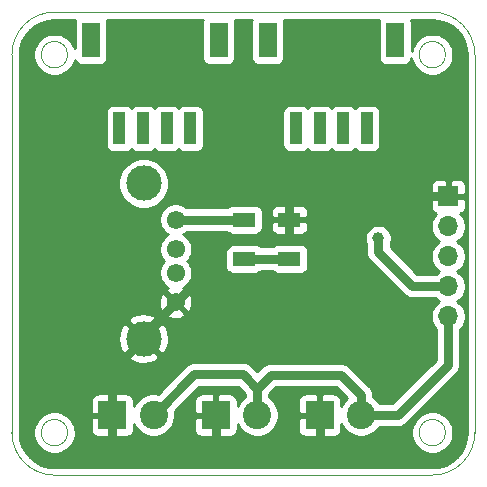
<source format=gbr>
%TF.GenerationSoftware,KiCad,Pcbnew,(5.1.5-0-10_14)*%
%TF.CreationDate,2020-09-17T17:23:34+02:00*%
%TF.ProjectId,power-routing,706f7765-722d-4726-9f75-74696e672e6b,rev?*%
%TF.SameCoordinates,Original*%
%TF.FileFunction,Copper,L1,Top*%
%TF.FilePolarity,Positive*%
%FSLAX46Y46*%
G04 Gerber Fmt 4.6, Leading zero omitted, Abs format (unit mm)*
G04 Created by KiCad (PCBNEW (5.1.5-0-10_14)) date 2020-09-17 17:23:34*
%MOMM*%
%LPD*%
G04 APERTURE LIST*
%ADD10C,0.050000*%
%ADD11R,1.905000X1.270000*%
%ADD12R,1.008380X2.738120*%
%ADD13R,1.500000X2.999740*%
%ADD14C,3.000000*%
%ADD15C,1.550000*%
%ADD16C,2.400000*%
%ADD17R,2.400000X2.400000*%
%ADD18O,1.700000X1.700000*%
%ADD19R,1.700000X1.700000*%
%ADD20C,1.000000*%
%ADD21C,0.800000*%
%ADD22C,0.254000*%
G04 APERTURE END LIST*
D10*
X189100000Y-109850000D02*
X189100000Y-77850000D01*
X224700000Y-113450000D02*
X192700000Y-113450000D01*
X228300000Y-77850000D02*
X228300000Y-109850000D01*
X192700000Y-74250000D02*
X224700000Y-74250000D01*
X189100000Y-77850000D02*
G75*
G02X192700000Y-74250000I3600000J0D01*
G01*
X192700000Y-113450000D02*
G75*
G02X189100000Y-109850000I0J3600000D01*
G01*
X228300000Y-109850000D02*
G75*
G02X224700000Y-113450000I-3600000J0D01*
G01*
X224700000Y-74250000D02*
G75*
G02X228300000Y-77850000I0J-3600000D01*
G01*
X225818034Y-109850000D02*
G75*
G03X225818034Y-109850000I-1118034J0D01*
G01*
X193818034Y-109850000D02*
G75*
G03X193818034Y-109850000I-1118034J0D01*
G01*
X225818034Y-77850000D02*
G75*
G03X225818034Y-77850000I-1118034J0D01*
G01*
X193818034Y-77850000D02*
G75*
G03X193818034Y-77850000I-1118034J0D01*
G01*
D11*
X212600000Y-91824000D03*
X212600000Y-95126000D03*
X208750000Y-95126000D03*
X208750000Y-91824000D03*
D12*
X213150260Y-84099700D03*
X215151780Y-84099700D03*
X217148220Y-84099700D03*
X219149740Y-84099700D03*
D13*
X210752500Y-76601620D03*
X221547500Y-76601620D03*
D12*
X198200260Y-84099700D03*
X200201780Y-84099700D03*
X202198220Y-84099700D03*
X204199740Y-84099700D03*
D13*
X195802500Y-76601620D03*
X206597500Y-76601620D03*
D14*
X200250000Y-88755000D03*
X200250000Y-101895000D03*
D15*
X202960000Y-98825000D03*
X202960000Y-96325000D03*
X202960000Y-94325000D03*
X202960000Y-91825000D03*
D16*
X218650000Y-108375000D03*
D17*
X215150000Y-108375000D03*
D16*
X209875000Y-108375000D03*
D17*
X206375000Y-108375000D03*
D16*
X201100000Y-108375000D03*
D17*
X197600000Y-108375000D03*
D18*
X226050000Y-100010000D03*
X226050000Y-97470000D03*
X226050000Y-94930000D03*
X226050000Y-92390000D03*
D19*
X226050000Y-89850000D03*
D20*
X220125000Y-93400000D03*
D21*
X202960000Y-98825000D02*
X206525000Y-95260000D01*
X206525000Y-94683498D02*
X207708498Y-93500000D01*
X206525000Y-95260000D02*
X206525000Y-94683498D01*
X212600000Y-93259000D02*
X212600000Y-91824000D01*
X212359000Y-93500000D02*
X212600000Y-93259000D01*
X207708498Y-93500000D02*
X212359000Y-93500000D01*
X200250000Y-101535000D02*
X202960000Y-98825000D01*
X200250000Y-101895000D02*
X200250000Y-101535000D01*
X212600000Y-90389000D02*
X212600000Y-91824000D01*
X213149000Y-89840000D02*
X212600000Y-90389000D01*
X226025000Y-89840000D02*
X213149000Y-89840000D01*
X197600000Y-104545000D02*
X200250000Y-101895000D01*
X197600000Y-108375000D02*
X197600000Y-104545000D01*
X197600000Y-110375000D02*
X198775000Y-111550000D01*
X197600000Y-108375000D02*
X197600000Y-110375000D01*
X206375000Y-110375000D02*
X206375000Y-108375000D01*
X205200000Y-111550000D02*
X206375000Y-110375000D01*
X198775000Y-111550000D02*
X205200000Y-111550000D01*
X206375000Y-110375000D02*
X207425000Y-111425000D01*
X215150000Y-110375000D02*
X215150000Y-108375000D01*
X214100000Y-111425000D02*
X215150000Y-110375000D01*
X207425000Y-111425000D02*
X214100000Y-111425000D01*
X220125000Y-93400000D02*
X220125000Y-94575000D01*
X223010000Y-97460000D02*
X226025000Y-97460000D01*
X220125000Y-94575000D02*
X223010000Y-97460000D01*
X208749000Y-91825000D02*
X208750000Y-91824000D01*
X202960000Y-91825000D02*
X208749000Y-91825000D01*
X218650000Y-108375000D02*
X221750000Y-108375000D01*
X226025000Y-104100000D02*
X226025000Y-100000000D01*
X221750000Y-108375000D02*
X226025000Y-104100000D01*
X209875000Y-106125000D02*
X209875000Y-108375000D01*
X208675000Y-104925000D02*
X209875000Y-106125000D01*
X204550000Y-104925000D02*
X208675000Y-104925000D01*
X201100000Y-108375000D02*
X204550000Y-104925000D01*
X218650000Y-106677944D02*
X216947056Y-104975000D01*
X218650000Y-108375000D02*
X218650000Y-106677944D01*
X211025000Y-104975000D02*
X209875000Y-106125000D01*
X216947056Y-104975000D02*
X211025000Y-104975000D01*
X208750000Y-95126000D02*
X212600000Y-95126000D01*
D22*
G36*
X194426688Y-74977268D02*
G01*
X194414428Y-75101750D01*
X194414428Y-77313131D01*
X194285724Y-77002413D01*
X194089899Y-76709339D01*
X193840661Y-76460101D01*
X193547587Y-76264276D01*
X193221942Y-76129389D01*
X192876238Y-76060624D01*
X192523762Y-76060624D01*
X192178058Y-76129389D01*
X191852413Y-76264276D01*
X191559339Y-76460101D01*
X191310101Y-76709339D01*
X191114276Y-77002413D01*
X190979389Y-77328058D01*
X190910624Y-77673762D01*
X190910624Y-78026238D01*
X190979389Y-78371942D01*
X191114276Y-78697587D01*
X191310101Y-78990661D01*
X191559339Y-79239899D01*
X191852413Y-79435724D01*
X192178058Y-79570611D01*
X192523762Y-79639376D01*
X192876238Y-79639376D01*
X193221942Y-79570611D01*
X193547587Y-79435724D01*
X193840661Y-79239899D01*
X194089899Y-78990661D01*
X194285724Y-78697587D01*
X194420611Y-78371942D01*
X194440554Y-78271682D01*
X194462998Y-78345670D01*
X194521963Y-78455984D01*
X194601315Y-78552675D01*
X194698006Y-78632027D01*
X194808320Y-78690992D01*
X194928018Y-78727302D01*
X195052500Y-78739562D01*
X196552500Y-78739562D01*
X196676982Y-78727302D01*
X196796680Y-78690992D01*
X196906994Y-78632027D01*
X197003685Y-78552675D01*
X197083037Y-78455984D01*
X197142002Y-78345670D01*
X197178312Y-78225972D01*
X197190572Y-78101490D01*
X197190572Y-75101750D01*
X197178312Y-74977268D01*
X197157906Y-74910000D01*
X205242094Y-74910000D01*
X205221688Y-74977268D01*
X205209428Y-75101750D01*
X205209428Y-78101490D01*
X205221688Y-78225972D01*
X205257998Y-78345670D01*
X205316963Y-78455984D01*
X205396315Y-78552675D01*
X205493006Y-78632027D01*
X205603320Y-78690992D01*
X205723018Y-78727302D01*
X205847500Y-78739562D01*
X207347500Y-78739562D01*
X207471982Y-78727302D01*
X207591680Y-78690992D01*
X207701994Y-78632027D01*
X207798685Y-78552675D01*
X207878037Y-78455984D01*
X207937002Y-78345670D01*
X207973312Y-78225972D01*
X207985572Y-78101490D01*
X207985572Y-75101750D01*
X207973312Y-74977268D01*
X207952906Y-74910000D01*
X209397094Y-74910000D01*
X209376688Y-74977268D01*
X209364428Y-75101750D01*
X209364428Y-78101490D01*
X209376688Y-78225972D01*
X209412998Y-78345670D01*
X209471963Y-78455984D01*
X209551315Y-78552675D01*
X209648006Y-78632027D01*
X209758320Y-78690992D01*
X209878018Y-78727302D01*
X210002500Y-78739562D01*
X211502500Y-78739562D01*
X211626982Y-78727302D01*
X211746680Y-78690992D01*
X211856994Y-78632027D01*
X211953685Y-78552675D01*
X212033037Y-78455984D01*
X212092002Y-78345670D01*
X212128312Y-78225972D01*
X212140572Y-78101490D01*
X212140572Y-75101750D01*
X212128312Y-74977268D01*
X212107906Y-74910000D01*
X220192094Y-74910000D01*
X220171688Y-74977268D01*
X220159428Y-75101750D01*
X220159428Y-78101490D01*
X220171688Y-78225972D01*
X220207998Y-78345670D01*
X220266963Y-78455984D01*
X220346315Y-78552675D01*
X220443006Y-78632027D01*
X220553320Y-78690992D01*
X220673018Y-78727302D01*
X220797500Y-78739562D01*
X222297500Y-78739562D01*
X222421982Y-78727302D01*
X222541680Y-78690992D01*
X222651994Y-78632027D01*
X222748685Y-78552675D01*
X222828037Y-78455984D01*
X222887002Y-78345670D01*
X222923312Y-78225972D01*
X222932267Y-78135045D01*
X222979389Y-78371942D01*
X223114276Y-78697587D01*
X223310101Y-78990661D01*
X223559339Y-79239899D01*
X223852413Y-79435724D01*
X224178058Y-79570611D01*
X224523762Y-79639376D01*
X224876238Y-79639376D01*
X225221942Y-79570611D01*
X225547587Y-79435724D01*
X225840661Y-79239899D01*
X226089899Y-78990661D01*
X226285724Y-78697587D01*
X226420611Y-78371942D01*
X226489376Y-78026238D01*
X226489376Y-77673762D01*
X226420611Y-77328058D01*
X226285724Y-77002413D01*
X226089899Y-76709339D01*
X225840661Y-76460101D01*
X225547587Y-76264276D01*
X225221942Y-76129389D01*
X224876238Y-76060624D01*
X224523762Y-76060624D01*
X224178058Y-76129389D01*
X223852413Y-76264276D01*
X223559339Y-76460101D01*
X223310101Y-76709339D01*
X223114276Y-77002413D01*
X222979389Y-77328058D01*
X222935572Y-77548340D01*
X222935572Y-75101750D01*
X222923312Y-74977268D01*
X222902906Y-74910000D01*
X224667722Y-74910000D01*
X225270433Y-74969096D01*
X225819144Y-75134762D01*
X226325217Y-75403846D01*
X226769396Y-75766110D01*
X227134745Y-76207742D01*
X227407359Y-76711929D01*
X227576852Y-77259471D01*
X227640000Y-77860289D01*
X227640001Y-109817712D01*
X227580904Y-110420433D01*
X227415239Y-110969141D01*
X227146152Y-111475220D01*
X226783893Y-111919394D01*
X226342258Y-112284746D01*
X225838067Y-112557361D01*
X225290533Y-112726851D01*
X224689711Y-112790000D01*
X192732278Y-112790000D01*
X192129567Y-112730904D01*
X191580859Y-112565239D01*
X191074780Y-112296152D01*
X190630606Y-111933893D01*
X190265254Y-111492258D01*
X189992639Y-110988067D01*
X189823149Y-110440533D01*
X189760000Y-109839711D01*
X189760000Y-109673762D01*
X190910624Y-109673762D01*
X190910624Y-110026238D01*
X190979389Y-110371942D01*
X191114276Y-110697587D01*
X191310101Y-110990661D01*
X191559339Y-111239899D01*
X191852413Y-111435724D01*
X192178058Y-111570611D01*
X192523762Y-111639376D01*
X192876238Y-111639376D01*
X193221942Y-111570611D01*
X193547587Y-111435724D01*
X193840661Y-111239899D01*
X194089899Y-110990661D01*
X194285724Y-110697587D01*
X194420611Y-110371942D01*
X194489376Y-110026238D01*
X194489376Y-109673762D01*
X194469731Y-109575000D01*
X195761928Y-109575000D01*
X195774188Y-109699482D01*
X195810498Y-109819180D01*
X195869463Y-109929494D01*
X195948815Y-110026185D01*
X196045506Y-110105537D01*
X196155820Y-110164502D01*
X196275518Y-110200812D01*
X196400000Y-110213072D01*
X197314250Y-110210000D01*
X197473000Y-110051250D01*
X197473000Y-108502000D01*
X195923750Y-108502000D01*
X195765000Y-108660750D01*
X195761928Y-109575000D01*
X194469731Y-109575000D01*
X194420611Y-109328058D01*
X194285724Y-109002413D01*
X194089899Y-108709339D01*
X193840661Y-108460101D01*
X193547587Y-108264276D01*
X193221942Y-108129389D01*
X192876238Y-108060624D01*
X192523762Y-108060624D01*
X192178058Y-108129389D01*
X191852413Y-108264276D01*
X191559339Y-108460101D01*
X191310101Y-108709339D01*
X191114276Y-109002413D01*
X190979389Y-109328058D01*
X190910624Y-109673762D01*
X189760000Y-109673762D01*
X189760000Y-107175000D01*
X195761928Y-107175000D01*
X195765000Y-108089250D01*
X195923750Y-108248000D01*
X197473000Y-108248000D01*
X197473000Y-106698750D01*
X197727000Y-106698750D01*
X197727000Y-108248000D01*
X197747000Y-108248000D01*
X197747000Y-108502000D01*
X197727000Y-108502000D01*
X197727000Y-110051250D01*
X197885750Y-110210000D01*
X198800000Y-110213072D01*
X198924482Y-110200812D01*
X199044180Y-110164502D01*
X199154494Y-110105537D01*
X199251185Y-110026185D01*
X199330537Y-109929494D01*
X199389502Y-109819180D01*
X199425812Y-109699482D01*
X199438072Y-109575000D01*
X199436659Y-109154426D01*
X199473844Y-109244199D01*
X199674662Y-109544744D01*
X199930256Y-109800338D01*
X200230801Y-110001156D01*
X200564750Y-110139482D01*
X200919268Y-110210000D01*
X201280732Y-110210000D01*
X201635250Y-110139482D01*
X201969199Y-110001156D01*
X202269744Y-109800338D01*
X202495082Y-109575000D01*
X204536928Y-109575000D01*
X204549188Y-109699482D01*
X204585498Y-109819180D01*
X204644463Y-109929494D01*
X204723815Y-110026185D01*
X204820506Y-110105537D01*
X204930820Y-110164502D01*
X205050518Y-110200812D01*
X205175000Y-110213072D01*
X206089250Y-110210000D01*
X206248000Y-110051250D01*
X206248000Y-108502000D01*
X204698750Y-108502000D01*
X204540000Y-108660750D01*
X204536928Y-109575000D01*
X202495082Y-109575000D01*
X202525338Y-109544744D01*
X202726156Y-109244199D01*
X202864482Y-108910250D01*
X202935000Y-108555732D01*
X202935000Y-108194268D01*
X202903384Y-108035326D01*
X203763710Y-107175000D01*
X204536928Y-107175000D01*
X204540000Y-108089250D01*
X204698750Y-108248000D01*
X206248000Y-108248000D01*
X206248000Y-106698750D01*
X206089250Y-106540000D01*
X205175000Y-106536928D01*
X205050518Y-106549188D01*
X204930820Y-106585498D01*
X204820506Y-106644463D01*
X204723815Y-106723815D01*
X204644463Y-106820506D01*
X204585498Y-106930820D01*
X204549188Y-107050518D01*
X204536928Y-107175000D01*
X203763710Y-107175000D01*
X204978711Y-105960000D01*
X208246290Y-105960000D01*
X208840000Y-106553711D01*
X208840000Y-106859629D01*
X208705256Y-106949662D01*
X208449662Y-107205256D01*
X208248844Y-107505801D01*
X208211659Y-107595574D01*
X208213072Y-107175000D01*
X208200812Y-107050518D01*
X208164502Y-106930820D01*
X208105537Y-106820506D01*
X208026185Y-106723815D01*
X207929494Y-106644463D01*
X207819180Y-106585498D01*
X207699482Y-106549188D01*
X207575000Y-106536928D01*
X206660750Y-106540000D01*
X206502000Y-106698750D01*
X206502000Y-108248000D01*
X206522000Y-108248000D01*
X206522000Y-108502000D01*
X206502000Y-108502000D01*
X206502000Y-110051250D01*
X206660750Y-110210000D01*
X207575000Y-110213072D01*
X207699482Y-110200812D01*
X207819180Y-110164502D01*
X207929494Y-110105537D01*
X208026185Y-110026185D01*
X208105537Y-109929494D01*
X208164502Y-109819180D01*
X208200812Y-109699482D01*
X208213072Y-109575000D01*
X208211659Y-109154426D01*
X208248844Y-109244199D01*
X208449662Y-109544744D01*
X208705256Y-109800338D01*
X209005801Y-110001156D01*
X209339750Y-110139482D01*
X209694268Y-110210000D01*
X210055732Y-110210000D01*
X210410250Y-110139482D01*
X210744199Y-110001156D01*
X211044744Y-109800338D01*
X211270082Y-109575000D01*
X213311928Y-109575000D01*
X213324188Y-109699482D01*
X213360498Y-109819180D01*
X213419463Y-109929494D01*
X213498815Y-110026185D01*
X213595506Y-110105537D01*
X213705820Y-110164502D01*
X213825518Y-110200812D01*
X213950000Y-110213072D01*
X214864250Y-110210000D01*
X215023000Y-110051250D01*
X215023000Y-108502000D01*
X213473750Y-108502000D01*
X213315000Y-108660750D01*
X213311928Y-109575000D01*
X211270082Y-109575000D01*
X211300338Y-109544744D01*
X211501156Y-109244199D01*
X211639482Y-108910250D01*
X211710000Y-108555732D01*
X211710000Y-108194268D01*
X211639482Y-107839750D01*
X211501156Y-107505801D01*
X211300338Y-107205256D01*
X211270082Y-107175000D01*
X213311928Y-107175000D01*
X213315000Y-108089250D01*
X213473750Y-108248000D01*
X215023000Y-108248000D01*
X215023000Y-106698750D01*
X214864250Y-106540000D01*
X213950000Y-106536928D01*
X213825518Y-106549188D01*
X213705820Y-106585498D01*
X213595506Y-106644463D01*
X213498815Y-106723815D01*
X213419463Y-106820506D01*
X213360498Y-106930820D01*
X213324188Y-107050518D01*
X213311928Y-107175000D01*
X211270082Y-107175000D01*
X211044744Y-106949662D01*
X210910000Y-106859629D01*
X210910000Y-106553710D01*
X211453711Y-106010000D01*
X216518346Y-106010000D01*
X217469132Y-106960786D01*
X217224662Y-107205256D01*
X217023844Y-107505801D01*
X216986659Y-107595574D01*
X216988072Y-107175000D01*
X216975812Y-107050518D01*
X216939502Y-106930820D01*
X216880537Y-106820506D01*
X216801185Y-106723815D01*
X216704494Y-106644463D01*
X216594180Y-106585498D01*
X216474482Y-106549188D01*
X216350000Y-106536928D01*
X215435750Y-106540000D01*
X215277000Y-106698750D01*
X215277000Y-108248000D01*
X215297000Y-108248000D01*
X215297000Y-108502000D01*
X215277000Y-108502000D01*
X215277000Y-110051250D01*
X215435750Y-110210000D01*
X216350000Y-110213072D01*
X216474482Y-110200812D01*
X216594180Y-110164502D01*
X216704494Y-110105537D01*
X216801185Y-110026185D01*
X216880537Y-109929494D01*
X216939502Y-109819180D01*
X216975812Y-109699482D01*
X216988072Y-109575000D01*
X216986659Y-109154426D01*
X217023844Y-109244199D01*
X217224662Y-109544744D01*
X217480256Y-109800338D01*
X217780801Y-110001156D01*
X218114750Y-110139482D01*
X218469268Y-110210000D01*
X218830732Y-110210000D01*
X219185250Y-110139482D01*
X219519199Y-110001156D01*
X219819744Y-109800338D01*
X219946320Y-109673762D01*
X222910624Y-109673762D01*
X222910624Y-110026238D01*
X222979389Y-110371942D01*
X223114276Y-110697587D01*
X223310101Y-110990661D01*
X223559339Y-111239899D01*
X223852413Y-111435724D01*
X224178058Y-111570611D01*
X224523762Y-111639376D01*
X224876238Y-111639376D01*
X225221942Y-111570611D01*
X225547587Y-111435724D01*
X225840661Y-111239899D01*
X226089899Y-110990661D01*
X226285724Y-110697587D01*
X226420611Y-110371942D01*
X226489376Y-110026238D01*
X226489376Y-109673762D01*
X226420611Y-109328058D01*
X226285724Y-109002413D01*
X226089899Y-108709339D01*
X225840661Y-108460101D01*
X225547587Y-108264276D01*
X225221942Y-108129389D01*
X224876238Y-108060624D01*
X224523762Y-108060624D01*
X224178058Y-108129389D01*
X223852413Y-108264276D01*
X223559339Y-108460101D01*
X223310101Y-108709339D01*
X223114276Y-109002413D01*
X222979389Y-109328058D01*
X222910624Y-109673762D01*
X219946320Y-109673762D01*
X220075338Y-109544744D01*
X220165371Y-109410000D01*
X221699172Y-109410000D01*
X221750000Y-109415006D01*
X221800828Y-109410000D01*
X221800838Y-109410000D01*
X221952895Y-109395024D01*
X222147993Y-109335841D01*
X222327797Y-109239734D01*
X222485396Y-109110396D01*
X222517807Y-109070903D01*
X226720908Y-104867803D01*
X226760396Y-104835396D01*
X226812338Y-104772105D01*
X226889734Y-104677798D01*
X226943607Y-104577007D01*
X226985841Y-104497993D01*
X227045024Y-104302895D01*
X227060000Y-104150838D01*
X227060000Y-104150836D01*
X227065007Y-104100000D01*
X227060000Y-104049165D01*
X227060000Y-101100107D01*
X227203475Y-100956632D01*
X227365990Y-100713411D01*
X227477932Y-100443158D01*
X227535000Y-100156260D01*
X227535000Y-99863740D01*
X227477932Y-99576842D01*
X227365990Y-99306589D01*
X227203475Y-99063368D01*
X226996632Y-98856525D01*
X226822240Y-98740000D01*
X226996632Y-98623475D01*
X227203475Y-98416632D01*
X227365990Y-98173411D01*
X227477932Y-97903158D01*
X227535000Y-97616260D01*
X227535000Y-97323740D01*
X227477932Y-97036842D01*
X227365990Y-96766589D01*
X227203475Y-96523368D01*
X226996632Y-96316525D01*
X226822240Y-96200000D01*
X226996632Y-96083475D01*
X227203475Y-95876632D01*
X227365990Y-95633411D01*
X227477932Y-95363158D01*
X227535000Y-95076260D01*
X227535000Y-94783740D01*
X227477932Y-94496842D01*
X227365990Y-94226589D01*
X227203475Y-93983368D01*
X226996632Y-93776525D01*
X226822240Y-93660000D01*
X226996632Y-93543475D01*
X227203475Y-93336632D01*
X227365990Y-93093411D01*
X227477932Y-92823158D01*
X227535000Y-92536260D01*
X227535000Y-92243740D01*
X227477932Y-91956842D01*
X227365990Y-91686589D01*
X227203475Y-91443368D01*
X227071620Y-91311513D01*
X227144180Y-91289502D01*
X227254494Y-91230537D01*
X227351185Y-91151185D01*
X227430537Y-91054494D01*
X227489502Y-90944180D01*
X227525812Y-90824482D01*
X227538072Y-90700000D01*
X227535000Y-90135750D01*
X227376250Y-89977000D01*
X226177000Y-89977000D01*
X226177000Y-89997000D01*
X225923000Y-89997000D01*
X225923000Y-89977000D01*
X224723750Y-89977000D01*
X224565000Y-90135750D01*
X224561928Y-90700000D01*
X224574188Y-90824482D01*
X224610498Y-90944180D01*
X224669463Y-91054494D01*
X224748815Y-91151185D01*
X224845506Y-91230537D01*
X224955820Y-91289502D01*
X225028380Y-91311513D01*
X224896525Y-91443368D01*
X224734010Y-91686589D01*
X224622068Y-91956842D01*
X224565000Y-92243740D01*
X224565000Y-92536260D01*
X224622068Y-92823158D01*
X224734010Y-93093411D01*
X224896525Y-93336632D01*
X225103368Y-93543475D01*
X225277760Y-93660000D01*
X225103368Y-93776525D01*
X224896525Y-93983368D01*
X224734010Y-94226589D01*
X224622068Y-94496842D01*
X224565000Y-94783740D01*
X224565000Y-95076260D01*
X224622068Y-95363158D01*
X224734010Y-95633411D01*
X224896525Y-95876632D01*
X225103368Y-96083475D01*
X225277760Y-96200000D01*
X225103368Y-96316525D01*
X224994893Y-96425000D01*
X223438711Y-96425000D01*
X221160000Y-94146290D01*
X221160000Y-93867187D01*
X221216383Y-93731067D01*
X221260000Y-93511788D01*
X221260000Y-93288212D01*
X221216383Y-93068933D01*
X221130824Y-92862376D01*
X221006612Y-92676480D01*
X220848520Y-92518388D01*
X220662624Y-92394176D01*
X220456067Y-92308617D01*
X220236788Y-92265000D01*
X220013212Y-92265000D01*
X219793933Y-92308617D01*
X219587376Y-92394176D01*
X219401480Y-92518388D01*
X219243388Y-92676480D01*
X219119176Y-92862376D01*
X219033617Y-93068933D01*
X218990000Y-93288212D01*
X218990000Y-93511788D01*
X219033617Y-93731067D01*
X219090000Y-93867188D01*
X219090001Y-94524163D01*
X219084994Y-94575000D01*
X219104977Y-94777895D01*
X219164160Y-94972993D01*
X219260266Y-95152797D01*
X219357197Y-95270907D01*
X219389605Y-95310396D01*
X219429092Y-95342802D01*
X222242197Y-98155908D01*
X222274604Y-98195396D01*
X222314092Y-98227803D01*
X222432202Y-98324734D01*
X222528309Y-98376104D01*
X222612007Y-98420841D01*
X222807105Y-98480024D01*
X222959162Y-98495000D01*
X222959171Y-98495000D01*
X223009999Y-98500006D01*
X223060827Y-98495000D01*
X224974893Y-98495000D01*
X225103368Y-98623475D01*
X225277760Y-98740000D01*
X225103368Y-98856525D01*
X224896525Y-99063368D01*
X224734010Y-99306589D01*
X224622068Y-99576842D01*
X224565000Y-99863740D01*
X224565000Y-100156260D01*
X224622068Y-100443158D01*
X224734010Y-100713411D01*
X224896525Y-100956632D01*
X224990001Y-101050108D01*
X224990000Y-103671289D01*
X221321290Y-107340000D01*
X220165371Y-107340000D01*
X220075338Y-107205256D01*
X219819744Y-106949662D01*
X219685000Y-106859629D01*
X219685000Y-106728779D01*
X219690007Y-106677944D01*
X219680902Y-106585498D01*
X219670024Y-106475049D01*
X219610841Y-106279951D01*
X219610841Y-106279950D01*
X219514734Y-106100146D01*
X219417803Y-105982036D01*
X219385396Y-105942548D01*
X219345908Y-105910141D01*
X217714863Y-104279097D01*
X217682452Y-104239604D01*
X217524853Y-104110266D01*
X217345049Y-104014159D01*
X217149951Y-103954976D01*
X216997894Y-103940000D01*
X216997884Y-103940000D01*
X216947056Y-103934994D01*
X216896228Y-103940000D01*
X211075835Y-103940000D01*
X211025000Y-103934993D01*
X210974165Y-103940000D01*
X210974162Y-103940000D01*
X210822105Y-103954976D01*
X210705547Y-103990334D01*
X210627006Y-104014159D01*
X210447202Y-104110266D01*
X210390017Y-104157197D01*
X210289604Y-104239604D01*
X210257197Y-104279092D01*
X209875000Y-104661289D01*
X209442807Y-104229097D01*
X209410396Y-104189604D01*
X209252797Y-104060266D01*
X209072993Y-103964159D01*
X208877895Y-103904976D01*
X208725838Y-103890000D01*
X208725828Y-103890000D01*
X208675000Y-103884994D01*
X208624172Y-103890000D01*
X204600835Y-103890000D01*
X204550000Y-103884993D01*
X204499165Y-103890000D01*
X204499162Y-103890000D01*
X204347105Y-103904976D01*
X204152007Y-103964159D01*
X204103037Y-103990334D01*
X203972202Y-104060266D01*
X203854092Y-104157197D01*
X203814604Y-104189604D01*
X203782197Y-104229092D01*
X201439674Y-106571616D01*
X201280732Y-106540000D01*
X200919268Y-106540000D01*
X200564750Y-106610518D01*
X200230801Y-106748844D01*
X199930256Y-106949662D01*
X199674662Y-107205256D01*
X199473844Y-107505801D01*
X199436659Y-107595574D01*
X199438072Y-107175000D01*
X199425812Y-107050518D01*
X199389502Y-106930820D01*
X199330537Y-106820506D01*
X199251185Y-106723815D01*
X199154494Y-106644463D01*
X199044180Y-106585498D01*
X198924482Y-106549188D01*
X198800000Y-106536928D01*
X197885750Y-106540000D01*
X197727000Y-106698750D01*
X197473000Y-106698750D01*
X197314250Y-106540000D01*
X196400000Y-106536928D01*
X196275518Y-106549188D01*
X196155820Y-106585498D01*
X196045506Y-106644463D01*
X195948815Y-106723815D01*
X195869463Y-106820506D01*
X195810498Y-106930820D01*
X195774188Y-107050518D01*
X195761928Y-107175000D01*
X189760000Y-107175000D01*
X189760000Y-103386653D01*
X198937952Y-103386653D01*
X199093962Y-103702214D01*
X199468745Y-103893020D01*
X199873551Y-104007044D01*
X200292824Y-104039902D01*
X200710451Y-103990334D01*
X201110383Y-103860243D01*
X201406038Y-103702214D01*
X201562048Y-103386653D01*
X200250000Y-102074605D01*
X198937952Y-103386653D01*
X189760000Y-103386653D01*
X189760000Y-101937824D01*
X198105098Y-101937824D01*
X198154666Y-102355451D01*
X198284757Y-102755383D01*
X198442786Y-103051038D01*
X198758347Y-103207048D01*
X200070395Y-101895000D01*
X200429605Y-101895000D01*
X201741653Y-103207048D01*
X202057214Y-103051038D01*
X202248020Y-102676255D01*
X202362044Y-102271449D01*
X202394902Y-101852176D01*
X202345334Y-101434549D01*
X202215243Y-101034617D01*
X202057214Y-100738962D01*
X201741653Y-100582952D01*
X200429605Y-101895000D01*
X200070395Y-101895000D01*
X198758347Y-100582952D01*
X198442786Y-100738962D01*
X198251980Y-101113745D01*
X198137956Y-101518551D01*
X198105098Y-101937824D01*
X189760000Y-101937824D01*
X189760000Y-100403347D01*
X198937952Y-100403347D01*
X200250000Y-101715395D01*
X201562048Y-100403347D01*
X201406038Y-100087786D01*
X201031255Y-99896980D01*
X200686423Y-99799849D01*
X202164756Y-99799849D01*
X202233310Y-100041268D01*
X202484556Y-100159668D01*
X202754071Y-100226778D01*
X203031502Y-100240018D01*
X203306184Y-100198879D01*
X203567562Y-100104943D01*
X203686690Y-100041268D01*
X203755244Y-99799849D01*
X202960000Y-99004605D01*
X202164756Y-99799849D01*
X200686423Y-99799849D01*
X200626449Y-99782956D01*
X200207176Y-99750098D01*
X199789549Y-99799666D01*
X199389617Y-99929757D01*
X199093962Y-100087786D01*
X198937952Y-100403347D01*
X189760000Y-100403347D01*
X189760000Y-98896502D01*
X201544982Y-98896502D01*
X201586121Y-99171184D01*
X201680057Y-99432562D01*
X201743732Y-99551690D01*
X201985151Y-99620244D01*
X202780395Y-98825000D01*
X203139605Y-98825000D01*
X203934849Y-99620244D01*
X204176268Y-99551690D01*
X204294668Y-99300444D01*
X204361778Y-99030929D01*
X204375018Y-98753498D01*
X204333879Y-98478816D01*
X204239943Y-98217438D01*
X204176268Y-98098310D01*
X203934849Y-98029756D01*
X203139605Y-98825000D01*
X202780395Y-98825000D01*
X201985151Y-98029756D01*
X201743732Y-98098310D01*
X201625332Y-98349556D01*
X201558222Y-98619071D01*
X201544982Y-98896502D01*
X189760000Y-98896502D01*
X189760000Y-91686127D01*
X201550000Y-91686127D01*
X201550000Y-91963873D01*
X201604186Y-92236282D01*
X201710475Y-92492885D01*
X201864782Y-92723822D01*
X202061178Y-92920218D01*
X202292115Y-93074525D01*
X202293262Y-93075000D01*
X202292115Y-93075475D01*
X202061178Y-93229782D01*
X201864782Y-93426178D01*
X201710475Y-93657115D01*
X201604186Y-93913718D01*
X201550000Y-94186127D01*
X201550000Y-94463873D01*
X201604186Y-94736282D01*
X201710475Y-94992885D01*
X201864782Y-95223822D01*
X201965960Y-95325000D01*
X201864782Y-95426178D01*
X201710475Y-95657115D01*
X201604186Y-95913718D01*
X201550000Y-96186127D01*
X201550000Y-96463873D01*
X201604186Y-96736282D01*
X201710475Y-96992885D01*
X201864782Y-97223822D01*
X202061178Y-97420218D01*
X202292115Y-97574525D01*
X202295040Y-97575737D01*
X202233310Y-97608732D01*
X202164756Y-97850151D01*
X202960000Y-98645395D01*
X203755244Y-97850151D01*
X203686690Y-97608732D01*
X203620550Y-97577563D01*
X203627885Y-97574525D01*
X203858822Y-97420218D01*
X204055218Y-97223822D01*
X204209525Y-96992885D01*
X204315814Y-96736282D01*
X204370000Y-96463873D01*
X204370000Y-96186127D01*
X204315814Y-95913718D01*
X204209525Y-95657115D01*
X204055218Y-95426178D01*
X203954040Y-95325000D01*
X204055218Y-95223822D01*
X204209525Y-94992885D01*
X204315814Y-94736282D01*
X204364604Y-94491000D01*
X207159428Y-94491000D01*
X207159428Y-95761000D01*
X207171688Y-95885482D01*
X207207998Y-96005180D01*
X207266963Y-96115494D01*
X207346315Y-96212185D01*
X207443006Y-96291537D01*
X207553320Y-96350502D01*
X207673018Y-96386812D01*
X207797500Y-96399072D01*
X209702500Y-96399072D01*
X209826982Y-96386812D01*
X209946680Y-96350502D01*
X210056994Y-96291537D01*
X210153685Y-96212185D01*
X210195691Y-96161000D01*
X211154309Y-96161000D01*
X211196315Y-96212185D01*
X211293006Y-96291537D01*
X211403320Y-96350502D01*
X211523018Y-96386812D01*
X211647500Y-96399072D01*
X213552500Y-96399072D01*
X213676982Y-96386812D01*
X213796680Y-96350502D01*
X213906994Y-96291537D01*
X214003685Y-96212185D01*
X214083037Y-96115494D01*
X214142002Y-96005180D01*
X214178312Y-95885482D01*
X214190572Y-95761000D01*
X214190572Y-94491000D01*
X214178312Y-94366518D01*
X214142002Y-94246820D01*
X214083037Y-94136506D01*
X214003685Y-94039815D01*
X213906994Y-93960463D01*
X213796680Y-93901498D01*
X213676982Y-93865188D01*
X213552500Y-93852928D01*
X211647500Y-93852928D01*
X211523018Y-93865188D01*
X211403320Y-93901498D01*
X211293006Y-93960463D01*
X211196315Y-94039815D01*
X211154309Y-94091000D01*
X210195691Y-94091000D01*
X210153685Y-94039815D01*
X210056994Y-93960463D01*
X209946680Y-93901498D01*
X209826982Y-93865188D01*
X209702500Y-93852928D01*
X207797500Y-93852928D01*
X207673018Y-93865188D01*
X207553320Y-93901498D01*
X207443006Y-93960463D01*
X207346315Y-94039815D01*
X207266963Y-94136506D01*
X207207998Y-94246820D01*
X207171688Y-94366518D01*
X207159428Y-94491000D01*
X204364604Y-94491000D01*
X204370000Y-94463873D01*
X204370000Y-94186127D01*
X204315814Y-93913718D01*
X204209525Y-93657115D01*
X204055218Y-93426178D01*
X203858822Y-93229782D01*
X203627885Y-93075475D01*
X203626738Y-93075000D01*
X203627885Y-93074525D01*
X203858822Y-92920218D01*
X203919040Y-92860000D01*
X207305129Y-92860000D01*
X207346315Y-92910185D01*
X207443006Y-92989537D01*
X207553320Y-93048502D01*
X207673018Y-93084812D01*
X207797500Y-93097072D01*
X209702500Y-93097072D01*
X209826982Y-93084812D01*
X209946680Y-93048502D01*
X210056994Y-92989537D01*
X210153685Y-92910185D01*
X210233037Y-92813494D01*
X210292002Y-92703180D01*
X210328312Y-92583482D01*
X210340572Y-92459000D01*
X211009428Y-92459000D01*
X211021688Y-92583482D01*
X211057998Y-92703180D01*
X211116963Y-92813494D01*
X211196315Y-92910185D01*
X211293006Y-92989537D01*
X211403320Y-93048502D01*
X211523018Y-93084812D01*
X211647500Y-93097072D01*
X212314250Y-93094000D01*
X212473000Y-92935250D01*
X212473000Y-91951000D01*
X212727000Y-91951000D01*
X212727000Y-92935250D01*
X212885750Y-93094000D01*
X213552500Y-93097072D01*
X213676982Y-93084812D01*
X213796680Y-93048502D01*
X213906994Y-92989537D01*
X214003685Y-92910185D01*
X214083037Y-92813494D01*
X214142002Y-92703180D01*
X214178312Y-92583482D01*
X214190572Y-92459000D01*
X214187500Y-92109750D01*
X214028750Y-91951000D01*
X212727000Y-91951000D01*
X212473000Y-91951000D01*
X211171250Y-91951000D01*
X211012500Y-92109750D01*
X211009428Y-92459000D01*
X210340572Y-92459000D01*
X210340572Y-91189000D01*
X211009428Y-91189000D01*
X211012500Y-91538250D01*
X211171250Y-91697000D01*
X212473000Y-91697000D01*
X212473000Y-90712750D01*
X212727000Y-90712750D01*
X212727000Y-91697000D01*
X214028750Y-91697000D01*
X214187500Y-91538250D01*
X214190572Y-91189000D01*
X214178312Y-91064518D01*
X214142002Y-90944820D01*
X214083037Y-90834506D01*
X214003685Y-90737815D01*
X213906994Y-90658463D01*
X213796680Y-90599498D01*
X213676982Y-90563188D01*
X213552500Y-90550928D01*
X212885750Y-90554000D01*
X212727000Y-90712750D01*
X212473000Y-90712750D01*
X212314250Y-90554000D01*
X211647500Y-90550928D01*
X211523018Y-90563188D01*
X211403320Y-90599498D01*
X211293006Y-90658463D01*
X211196315Y-90737815D01*
X211116963Y-90834506D01*
X211057998Y-90944820D01*
X211021688Y-91064518D01*
X211009428Y-91189000D01*
X210340572Y-91189000D01*
X210328312Y-91064518D01*
X210292002Y-90944820D01*
X210233037Y-90834506D01*
X210153685Y-90737815D01*
X210056994Y-90658463D01*
X209946680Y-90599498D01*
X209826982Y-90563188D01*
X209702500Y-90550928D01*
X207797500Y-90550928D01*
X207673018Y-90563188D01*
X207553320Y-90599498D01*
X207443006Y-90658463D01*
X207346315Y-90737815D01*
X207303488Y-90790000D01*
X203919040Y-90790000D01*
X203858822Y-90729782D01*
X203627885Y-90575475D01*
X203371282Y-90469186D01*
X203098873Y-90415000D01*
X202821127Y-90415000D01*
X202548718Y-90469186D01*
X202292115Y-90575475D01*
X202061178Y-90729782D01*
X201864782Y-90926178D01*
X201710475Y-91157115D01*
X201604186Y-91413718D01*
X201550000Y-91686127D01*
X189760000Y-91686127D01*
X189760000Y-88544721D01*
X198115000Y-88544721D01*
X198115000Y-88965279D01*
X198197047Y-89377756D01*
X198357988Y-89766302D01*
X198591637Y-90115983D01*
X198889017Y-90413363D01*
X199238698Y-90647012D01*
X199627244Y-90807953D01*
X200039721Y-90890000D01*
X200460279Y-90890000D01*
X200872756Y-90807953D01*
X201261302Y-90647012D01*
X201610983Y-90413363D01*
X201908363Y-90115983D01*
X202142012Y-89766302D01*
X202302953Y-89377756D01*
X202378093Y-89000000D01*
X224561928Y-89000000D01*
X224565000Y-89564250D01*
X224723750Y-89723000D01*
X225923000Y-89723000D01*
X225923000Y-88523750D01*
X226177000Y-88523750D01*
X226177000Y-89723000D01*
X227376250Y-89723000D01*
X227535000Y-89564250D01*
X227538072Y-89000000D01*
X227525812Y-88875518D01*
X227489502Y-88755820D01*
X227430537Y-88645506D01*
X227351185Y-88548815D01*
X227254494Y-88469463D01*
X227144180Y-88410498D01*
X227024482Y-88374188D01*
X226900000Y-88361928D01*
X226335750Y-88365000D01*
X226177000Y-88523750D01*
X225923000Y-88523750D01*
X225764250Y-88365000D01*
X225200000Y-88361928D01*
X225075518Y-88374188D01*
X224955820Y-88410498D01*
X224845506Y-88469463D01*
X224748815Y-88548815D01*
X224669463Y-88645506D01*
X224610498Y-88755820D01*
X224574188Y-88875518D01*
X224561928Y-89000000D01*
X202378093Y-89000000D01*
X202385000Y-88965279D01*
X202385000Y-88544721D01*
X202302953Y-88132244D01*
X202142012Y-87743698D01*
X201908363Y-87394017D01*
X201610983Y-87096637D01*
X201261302Y-86862988D01*
X200872756Y-86702047D01*
X200460279Y-86620000D01*
X200039721Y-86620000D01*
X199627244Y-86702047D01*
X199238698Y-86862988D01*
X198889017Y-87096637D01*
X198591637Y-87394017D01*
X198357988Y-87743698D01*
X198197047Y-88132244D01*
X198115000Y-88544721D01*
X189760000Y-88544721D01*
X189760000Y-82730640D01*
X197057998Y-82730640D01*
X197057998Y-85468760D01*
X197070258Y-85593242D01*
X197106568Y-85712940D01*
X197165533Y-85823254D01*
X197244885Y-85919945D01*
X197341576Y-85999297D01*
X197451890Y-86058262D01*
X197571588Y-86094572D01*
X197696070Y-86106832D01*
X198704450Y-86106832D01*
X198828932Y-86094572D01*
X198948630Y-86058262D01*
X199058944Y-85999297D01*
X199155635Y-85919945D01*
X199201020Y-85864643D01*
X199246405Y-85919945D01*
X199343096Y-85999297D01*
X199453410Y-86058262D01*
X199573108Y-86094572D01*
X199697590Y-86106832D01*
X200705970Y-86106832D01*
X200830452Y-86094572D01*
X200950150Y-86058262D01*
X201060464Y-85999297D01*
X201157155Y-85919945D01*
X201200000Y-85867738D01*
X201242845Y-85919945D01*
X201339536Y-85999297D01*
X201449850Y-86058262D01*
X201569548Y-86094572D01*
X201694030Y-86106832D01*
X202702410Y-86106832D01*
X202826892Y-86094572D01*
X202946590Y-86058262D01*
X203056904Y-85999297D01*
X203153595Y-85919945D01*
X203198980Y-85864643D01*
X203244365Y-85919945D01*
X203341056Y-85999297D01*
X203451370Y-86058262D01*
X203571068Y-86094572D01*
X203695550Y-86106832D01*
X204703930Y-86106832D01*
X204828412Y-86094572D01*
X204948110Y-86058262D01*
X205058424Y-85999297D01*
X205155115Y-85919945D01*
X205234467Y-85823254D01*
X205293432Y-85712940D01*
X205329742Y-85593242D01*
X205342002Y-85468760D01*
X205342002Y-82730640D01*
X212007998Y-82730640D01*
X212007998Y-85468760D01*
X212020258Y-85593242D01*
X212056568Y-85712940D01*
X212115533Y-85823254D01*
X212194885Y-85919945D01*
X212291576Y-85999297D01*
X212401890Y-86058262D01*
X212521588Y-86094572D01*
X212646070Y-86106832D01*
X213654450Y-86106832D01*
X213778932Y-86094572D01*
X213898630Y-86058262D01*
X214008944Y-85999297D01*
X214105635Y-85919945D01*
X214151020Y-85864643D01*
X214196405Y-85919945D01*
X214293096Y-85999297D01*
X214403410Y-86058262D01*
X214523108Y-86094572D01*
X214647590Y-86106832D01*
X215655970Y-86106832D01*
X215780452Y-86094572D01*
X215900150Y-86058262D01*
X216010464Y-85999297D01*
X216107155Y-85919945D01*
X216150000Y-85867738D01*
X216192845Y-85919945D01*
X216289536Y-85999297D01*
X216399850Y-86058262D01*
X216519548Y-86094572D01*
X216644030Y-86106832D01*
X217652410Y-86106832D01*
X217776892Y-86094572D01*
X217896590Y-86058262D01*
X218006904Y-85999297D01*
X218103595Y-85919945D01*
X218148980Y-85864643D01*
X218194365Y-85919945D01*
X218291056Y-85999297D01*
X218401370Y-86058262D01*
X218521068Y-86094572D01*
X218645550Y-86106832D01*
X219653930Y-86106832D01*
X219778412Y-86094572D01*
X219898110Y-86058262D01*
X220008424Y-85999297D01*
X220105115Y-85919945D01*
X220184467Y-85823254D01*
X220243432Y-85712940D01*
X220279742Y-85593242D01*
X220292002Y-85468760D01*
X220292002Y-82730640D01*
X220279742Y-82606158D01*
X220243432Y-82486460D01*
X220184467Y-82376146D01*
X220105115Y-82279455D01*
X220008424Y-82200103D01*
X219898110Y-82141138D01*
X219778412Y-82104828D01*
X219653930Y-82092568D01*
X218645550Y-82092568D01*
X218521068Y-82104828D01*
X218401370Y-82141138D01*
X218291056Y-82200103D01*
X218194365Y-82279455D01*
X218148980Y-82334757D01*
X218103595Y-82279455D01*
X218006904Y-82200103D01*
X217896590Y-82141138D01*
X217776892Y-82104828D01*
X217652410Y-82092568D01*
X216644030Y-82092568D01*
X216519548Y-82104828D01*
X216399850Y-82141138D01*
X216289536Y-82200103D01*
X216192845Y-82279455D01*
X216150000Y-82331662D01*
X216107155Y-82279455D01*
X216010464Y-82200103D01*
X215900150Y-82141138D01*
X215780452Y-82104828D01*
X215655970Y-82092568D01*
X214647590Y-82092568D01*
X214523108Y-82104828D01*
X214403410Y-82141138D01*
X214293096Y-82200103D01*
X214196405Y-82279455D01*
X214151020Y-82334757D01*
X214105635Y-82279455D01*
X214008944Y-82200103D01*
X213898630Y-82141138D01*
X213778932Y-82104828D01*
X213654450Y-82092568D01*
X212646070Y-82092568D01*
X212521588Y-82104828D01*
X212401890Y-82141138D01*
X212291576Y-82200103D01*
X212194885Y-82279455D01*
X212115533Y-82376146D01*
X212056568Y-82486460D01*
X212020258Y-82606158D01*
X212007998Y-82730640D01*
X205342002Y-82730640D01*
X205329742Y-82606158D01*
X205293432Y-82486460D01*
X205234467Y-82376146D01*
X205155115Y-82279455D01*
X205058424Y-82200103D01*
X204948110Y-82141138D01*
X204828412Y-82104828D01*
X204703930Y-82092568D01*
X203695550Y-82092568D01*
X203571068Y-82104828D01*
X203451370Y-82141138D01*
X203341056Y-82200103D01*
X203244365Y-82279455D01*
X203198980Y-82334757D01*
X203153595Y-82279455D01*
X203056904Y-82200103D01*
X202946590Y-82141138D01*
X202826892Y-82104828D01*
X202702410Y-82092568D01*
X201694030Y-82092568D01*
X201569548Y-82104828D01*
X201449850Y-82141138D01*
X201339536Y-82200103D01*
X201242845Y-82279455D01*
X201200000Y-82331662D01*
X201157155Y-82279455D01*
X201060464Y-82200103D01*
X200950150Y-82141138D01*
X200830452Y-82104828D01*
X200705970Y-82092568D01*
X199697590Y-82092568D01*
X199573108Y-82104828D01*
X199453410Y-82141138D01*
X199343096Y-82200103D01*
X199246405Y-82279455D01*
X199201020Y-82334757D01*
X199155635Y-82279455D01*
X199058944Y-82200103D01*
X198948630Y-82141138D01*
X198828932Y-82104828D01*
X198704450Y-82092568D01*
X197696070Y-82092568D01*
X197571588Y-82104828D01*
X197451890Y-82141138D01*
X197341576Y-82200103D01*
X197244885Y-82279455D01*
X197165533Y-82376146D01*
X197106568Y-82486460D01*
X197070258Y-82606158D01*
X197057998Y-82730640D01*
X189760000Y-82730640D01*
X189760000Y-77882278D01*
X189819096Y-77279567D01*
X189984762Y-76730856D01*
X190253846Y-76224783D01*
X190616110Y-75780604D01*
X191057742Y-75415255D01*
X191561929Y-75142641D01*
X192109471Y-74973148D01*
X192710289Y-74910000D01*
X194447094Y-74910000D01*
X194426688Y-74977268D01*
G37*
X194426688Y-74977268D02*
X194414428Y-75101750D01*
X194414428Y-77313131D01*
X194285724Y-77002413D01*
X194089899Y-76709339D01*
X193840661Y-76460101D01*
X193547587Y-76264276D01*
X193221942Y-76129389D01*
X192876238Y-76060624D01*
X192523762Y-76060624D01*
X192178058Y-76129389D01*
X191852413Y-76264276D01*
X191559339Y-76460101D01*
X191310101Y-76709339D01*
X191114276Y-77002413D01*
X190979389Y-77328058D01*
X190910624Y-77673762D01*
X190910624Y-78026238D01*
X190979389Y-78371942D01*
X191114276Y-78697587D01*
X191310101Y-78990661D01*
X191559339Y-79239899D01*
X191852413Y-79435724D01*
X192178058Y-79570611D01*
X192523762Y-79639376D01*
X192876238Y-79639376D01*
X193221942Y-79570611D01*
X193547587Y-79435724D01*
X193840661Y-79239899D01*
X194089899Y-78990661D01*
X194285724Y-78697587D01*
X194420611Y-78371942D01*
X194440554Y-78271682D01*
X194462998Y-78345670D01*
X194521963Y-78455984D01*
X194601315Y-78552675D01*
X194698006Y-78632027D01*
X194808320Y-78690992D01*
X194928018Y-78727302D01*
X195052500Y-78739562D01*
X196552500Y-78739562D01*
X196676982Y-78727302D01*
X196796680Y-78690992D01*
X196906994Y-78632027D01*
X197003685Y-78552675D01*
X197083037Y-78455984D01*
X197142002Y-78345670D01*
X197178312Y-78225972D01*
X197190572Y-78101490D01*
X197190572Y-75101750D01*
X197178312Y-74977268D01*
X197157906Y-74910000D01*
X205242094Y-74910000D01*
X205221688Y-74977268D01*
X205209428Y-75101750D01*
X205209428Y-78101490D01*
X205221688Y-78225972D01*
X205257998Y-78345670D01*
X205316963Y-78455984D01*
X205396315Y-78552675D01*
X205493006Y-78632027D01*
X205603320Y-78690992D01*
X205723018Y-78727302D01*
X205847500Y-78739562D01*
X207347500Y-78739562D01*
X207471982Y-78727302D01*
X207591680Y-78690992D01*
X207701994Y-78632027D01*
X207798685Y-78552675D01*
X207878037Y-78455984D01*
X207937002Y-78345670D01*
X207973312Y-78225972D01*
X207985572Y-78101490D01*
X207985572Y-75101750D01*
X207973312Y-74977268D01*
X207952906Y-74910000D01*
X209397094Y-74910000D01*
X209376688Y-74977268D01*
X209364428Y-75101750D01*
X209364428Y-78101490D01*
X209376688Y-78225972D01*
X209412998Y-78345670D01*
X209471963Y-78455984D01*
X209551315Y-78552675D01*
X209648006Y-78632027D01*
X209758320Y-78690992D01*
X209878018Y-78727302D01*
X210002500Y-78739562D01*
X211502500Y-78739562D01*
X211626982Y-78727302D01*
X211746680Y-78690992D01*
X211856994Y-78632027D01*
X211953685Y-78552675D01*
X212033037Y-78455984D01*
X212092002Y-78345670D01*
X212128312Y-78225972D01*
X212140572Y-78101490D01*
X212140572Y-75101750D01*
X212128312Y-74977268D01*
X212107906Y-74910000D01*
X220192094Y-74910000D01*
X220171688Y-74977268D01*
X220159428Y-75101750D01*
X220159428Y-78101490D01*
X220171688Y-78225972D01*
X220207998Y-78345670D01*
X220266963Y-78455984D01*
X220346315Y-78552675D01*
X220443006Y-78632027D01*
X220553320Y-78690992D01*
X220673018Y-78727302D01*
X220797500Y-78739562D01*
X222297500Y-78739562D01*
X222421982Y-78727302D01*
X222541680Y-78690992D01*
X222651994Y-78632027D01*
X222748685Y-78552675D01*
X222828037Y-78455984D01*
X222887002Y-78345670D01*
X222923312Y-78225972D01*
X222932267Y-78135045D01*
X222979389Y-78371942D01*
X223114276Y-78697587D01*
X223310101Y-78990661D01*
X223559339Y-79239899D01*
X223852413Y-79435724D01*
X224178058Y-79570611D01*
X224523762Y-79639376D01*
X224876238Y-79639376D01*
X225221942Y-79570611D01*
X225547587Y-79435724D01*
X225840661Y-79239899D01*
X226089899Y-78990661D01*
X226285724Y-78697587D01*
X226420611Y-78371942D01*
X226489376Y-78026238D01*
X226489376Y-77673762D01*
X226420611Y-77328058D01*
X226285724Y-77002413D01*
X226089899Y-76709339D01*
X225840661Y-76460101D01*
X225547587Y-76264276D01*
X225221942Y-76129389D01*
X224876238Y-76060624D01*
X224523762Y-76060624D01*
X224178058Y-76129389D01*
X223852413Y-76264276D01*
X223559339Y-76460101D01*
X223310101Y-76709339D01*
X223114276Y-77002413D01*
X222979389Y-77328058D01*
X222935572Y-77548340D01*
X222935572Y-75101750D01*
X222923312Y-74977268D01*
X222902906Y-74910000D01*
X224667722Y-74910000D01*
X225270433Y-74969096D01*
X225819144Y-75134762D01*
X226325217Y-75403846D01*
X226769396Y-75766110D01*
X227134745Y-76207742D01*
X227407359Y-76711929D01*
X227576852Y-77259471D01*
X227640000Y-77860289D01*
X227640001Y-109817712D01*
X227580904Y-110420433D01*
X227415239Y-110969141D01*
X227146152Y-111475220D01*
X226783893Y-111919394D01*
X226342258Y-112284746D01*
X225838067Y-112557361D01*
X225290533Y-112726851D01*
X224689711Y-112790000D01*
X192732278Y-112790000D01*
X192129567Y-112730904D01*
X191580859Y-112565239D01*
X191074780Y-112296152D01*
X190630606Y-111933893D01*
X190265254Y-111492258D01*
X189992639Y-110988067D01*
X189823149Y-110440533D01*
X189760000Y-109839711D01*
X189760000Y-109673762D01*
X190910624Y-109673762D01*
X190910624Y-110026238D01*
X190979389Y-110371942D01*
X191114276Y-110697587D01*
X191310101Y-110990661D01*
X191559339Y-111239899D01*
X191852413Y-111435724D01*
X192178058Y-111570611D01*
X192523762Y-111639376D01*
X192876238Y-111639376D01*
X193221942Y-111570611D01*
X193547587Y-111435724D01*
X193840661Y-111239899D01*
X194089899Y-110990661D01*
X194285724Y-110697587D01*
X194420611Y-110371942D01*
X194489376Y-110026238D01*
X194489376Y-109673762D01*
X194469731Y-109575000D01*
X195761928Y-109575000D01*
X195774188Y-109699482D01*
X195810498Y-109819180D01*
X195869463Y-109929494D01*
X195948815Y-110026185D01*
X196045506Y-110105537D01*
X196155820Y-110164502D01*
X196275518Y-110200812D01*
X196400000Y-110213072D01*
X197314250Y-110210000D01*
X197473000Y-110051250D01*
X197473000Y-108502000D01*
X195923750Y-108502000D01*
X195765000Y-108660750D01*
X195761928Y-109575000D01*
X194469731Y-109575000D01*
X194420611Y-109328058D01*
X194285724Y-109002413D01*
X194089899Y-108709339D01*
X193840661Y-108460101D01*
X193547587Y-108264276D01*
X193221942Y-108129389D01*
X192876238Y-108060624D01*
X192523762Y-108060624D01*
X192178058Y-108129389D01*
X191852413Y-108264276D01*
X191559339Y-108460101D01*
X191310101Y-108709339D01*
X191114276Y-109002413D01*
X190979389Y-109328058D01*
X190910624Y-109673762D01*
X189760000Y-109673762D01*
X189760000Y-107175000D01*
X195761928Y-107175000D01*
X195765000Y-108089250D01*
X195923750Y-108248000D01*
X197473000Y-108248000D01*
X197473000Y-106698750D01*
X197727000Y-106698750D01*
X197727000Y-108248000D01*
X197747000Y-108248000D01*
X197747000Y-108502000D01*
X197727000Y-108502000D01*
X197727000Y-110051250D01*
X197885750Y-110210000D01*
X198800000Y-110213072D01*
X198924482Y-110200812D01*
X199044180Y-110164502D01*
X199154494Y-110105537D01*
X199251185Y-110026185D01*
X199330537Y-109929494D01*
X199389502Y-109819180D01*
X199425812Y-109699482D01*
X199438072Y-109575000D01*
X199436659Y-109154426D01*
X199473844Y-109244199D01*
X199674662Y-109544744D01*
X199930256Y-109800338D01*
X200230801Y-110001156D01*
X200564750Y-110139482D01*
X200919268Y-110210000D01*
X201280732Y-110210000D01*
X201635250Y-110139482D01*
X201969199Y-110001156D01*
X202269744Y-109800338D01*
X202495082Y-109575000D01*
X204536928Y-109575000D01*
X204549188Y-109699482D01*
X204585498Y-109819180D01*
X204644463Y-109929494D01*
X204723815Y-110026185D01*
X204820506Y-110105537D01*
X204930820Y-110164502D01*
X205050518Y-110200812D01*
X205175000Y-110213072D01*
X206089250Y-110210000D01*
X206248000Y-110051250D01*
X206248000Y-108502000D01*
X204698750Y-108502000D01*
X204540000Y-108660750D01*
X204536928Y-109575000D01*
X202495082Y-109575000D01*
X202525338Y-109544744D01*
X202726156Y-109244199D01*
X202864482Y-108910250D01*
X202935000Y-108555732D01*
X202935000Y-108194268D01*
X202903384Y-108035326D01*
X203763710Y-107175000D01*
X204536928Y-107175000D01*
X204540000Y-108089250D01*
X204698750Y-108248000D01*
X206248000Y-108248000D01*
X206248000Y-106698750D01*
X206089250Y-106540000D01*
X205175000Y-106536928D01*
X205050518Y-106549188D01*
X204930820Y-106585498D01*
X204820506Y-106644463D01*
X204723815Y-106723815D01*
X204644463Y-106820506D01*
X204585498Y-106930820D01*
X204549188Y-107050518D01*
X204536928Y-107175000D01*
X203763710Y-107175000D01*
X204978711Y-105960000D01*
X208246290Y-105960000D01*
X208840000Y-106553711D01*
X208840000Y-106859629D01*
X208705256Y-106949662D01*
X208449662Y-107205256D01*
X208248844Y-107505801D01*
X208211659Y-107595574D01*
X208213072Y-107175000D01*
X208200812Y-107050518D01*
X208164502Y-106930820D01*
X208105537Y-106820506D01*
X208026185Y-106723815D01*
X207929494Y-106644463D01*
X207819180Y-106585498D01*
X207699482Y-106549188D01*
X207575000Y-106536928D01*
X206660750Y-106540000D01*
X206502000Y-106698750D01*
X206502000Y-108248000D01*
X206522000Y-108248000D01*
X206522000Y-108502000D01*
X206502000Y-108502000D01*
X206502000Y-110051250D01*
X206660750Y-110210000D01*
X207575000Y-110213072D01*
X207699482Y-110200812D01*
X207819180Y-110164502D01*
X207929494Y-110105537D01*
X208026185Y-110026185D01*
X208105537Y-109929494D01*
X208164502Y-109819180D01*
X208200812Y-109699482D01*
X208213072Y-109575000D01*
X208211659Y-109154426D01*
X208248844Y-109244199D01*
X208449662Y-109544744D01*
X208705256Y-109800338D01*
X209005801Y-110001156D01*
X209339750Y-110139482D01*
X209694268Y-110210000D01*
X210055732Y-110210000D01*
X210410250Y-110139482D01*
X210744199Y-110001156D01*
X211044744Y-109800338D01*
X211270082Y-109575000D01*
X213311928Y-109575000D01*
X213324188Y-109699482D01*
X213360498Y-109819180D01*
X213419463Y-109929494D01*
X213498815Y-110026185D01*
X213595506Y-110105537D01*
X213705820Y-110164502D01*
X213825518Y-110200812D01*
X213950000Y-110213072D01*
X214864250Y-110210000D01*
X215023000Y-110051250D01*
X215023000Y-108502000D01*
X213473750Y-108502000D01*
X213315000Y-108660750D01*
X213311928Y-109575000D01*
X211270082Y-109575000D01*
X211300338Y-109544744D01*
X211501156Y-109244199D01*
X211639482Y-108910250D01*
X211710000Y-108555732D01*
X211710000Y-108194268D01*
X211639482Y-107839750D01*
X211501156Y-107505801D01*
X211300338Y-107205256D01*
X211270082Y-107175000D01*
X213311928Y-107175000D01*
X213315000Y-108089250D01*
X213473750Y-108248000D01*
X215023000Y-108248000D01*
X215023000Y-106698750D01*
X214864250Y-106540000D01*
X213950000Y-106536928D01*
X213825518Y-106549188D01*
X213705820Y-106585498D01*
X213595506Y-106644463D01*
X213498815Y-106723815D01*
X213419463Y-106820506D01*
X213360498Y-106930820D01*
X213324188Y-107050518D01*
X213311928Y-107175000D01*
X211270082Y-107175000D01*
X211044744Y-106949662D01*
X210910000Y-106859629D01*
X210910000Y-106553710D01*
X211453711Y-106010000D01*
X216518346Y-106010000D01*
X217469132Y-106960786D01*
X217224662Y-107205256D01*
X217023844Y-107505801D01*
X216986659Y-107595574D01*
X216988072Y-107175000D01*
X216975812Y-107050518D01*
X216939502Y-106930820D01*
X216880537Y-106820506D01*
X216801185Y-106723815D01*
X216704494Y-106644463D01*
X216594180Y-106585498D01*
X216474482Y-106549188D01*
X216350000Y-106536928D01*
X215435750Y-106540000D01*
X215277000Y-106698750D01*
X215277000Y-108248000D01*
X215297000Y-108248000D01*
X215297000Y-108502000D01*
X215277000Y-108502000D01*
X215277000Y-110051250D01*
X215435750Y-110210000D01*
X216350000Y-110213072D01*
X216474482Y-110200812D01*
X216594180Y-110164502D01*
X216704494Y-110105537D01*
X216801185Y-110026185D01*
X216880537Y-109929494D01*
X216939502Y-109819180D01*
X216975812Y-109699482D01*
X216988072Y-109575000D01*
X216986659Y-109154426D01*
X217023844Y-109244199D01*
X217224662Y-109544744D01*
X217480256Y-109800338D01*
X217780801Y-110001156D01*
X218114750Y-110139482D01*
X218469268Y-110210000D01*
X218830732Y-110210000D01*
X219185250Y-110139482D01*
X219519199Y-110001156D01*
X219819744Y-109800338D01*
X219946320Y-109673762D01*
X222910624Y-109673762D01*
X222910624Y-110026238D01*
X222979389Y-110371942D01*
X223114276Y-110697587D01*
X223310101Y-110990661D01*
X223559339Y-111239899D01*
X223852413Y-111435724D01*
X224178058Y-111570611D01*
X224523762Y-111639376D01*
X224876238Y-111639376D01*
X225221942Y-111570611D01*
X225547587Y-111435724D01*
X225840661Y-111239899D01*
X226089899Y-110990661D01*
X226285724Y-110697587D01*
X226420611Y-110371942D01*
X226489376Y-110026238D01*
X226489376Y-109673762D01*
X226420611Y-109328058D01*
X226285724Y-109002413D01*
X226089899Y-108709339D01*
X225840661Y-108460101D01*
X225547587Y-108264276D01*
X225221942Y-108129389D01*
X224876238Y-108060624D01*
X224523762Y-108060624D01*
X224178058Y-108129389D01*
X223852413Y-108264276D01*
X223559339Y-108460101D01*
X223310101Y-108709339D01*
X223114276Y-109002413D01*
X222979389Y-109328058D01*
X222910624Y-109673762D01*
X219946320Y-109673762D01*
X220075338Y-109544744D01*
X220165371Y-109410000D01*
X221699172Y-109410000D01*
X221750000Y-109415006D01*
X221800828Y-109410000D01*
X221800838Y-109410000D01*
X221952895Y-109395024D01*
X222147993Y-109335841D01*
X222327797Y-109239734D01*
X222485396Y-109110396D01*
X222517807Y-109070903D01*
X226720908Y-104867803D01*
X226760396Y-104835396D01*
X226812338Y-104772105D01*
X226889734Y-104677798D01*
X226943607Y-104577007D01*
X226985841Y-104497993D01*
X227045024Y-104302895D01*
X227060000Y-104150838D01*
X227060000Y-104150836D01*
X227065007Y-104100000D01*
X227060000Y-104049165D01*
X227060000Y-101100107D01*
X227203475Y-100956632D01*
X227365990Y-100713411D01*
X227477932Y-100443158D01*
X227535000Y-100156260D01*
X227535000Y-99863740D01*
X227477932Y-99576842D01*
X227365990Y-99306589D01*
X227203475Y-99063368D01*
X226996632Y-98856525D01*
X226822240Y-98740000D01*
X226996632Y-98623475D01*
X227203475Y-98416632D01*
X227365990Y-98173411D01*
X227477932Y-97903158D01*
X227535000Y-97616260D01*
X227535000Y-97323740D01*
X227477932Y-97036842D01*
X227365990Y-96766589D01*
X227203475Y-96523368D01*
X226996632Y-96316525D01*
X226822240Y-96200000D01*
X226996632Y-96083475D01*
X227203475Y-95876632D01*
X227365990Y-95633411D01*
X227477932Y-95363158D01*
X227535000Y-95076260D01*
X227535000Y-94783740D01*
X227477932Y-94496842D01*
X227365990Y-94226589D01*
X227203475Y-93983368D01*
X226996632Y-93776525D01*
X226822240Y-93660000D01*
X226996632Y-93543475D01*
X227203475Y-93336632D01*
X227365990Y-93093411D01*
X227477932Y-92823158D01*
X227535000Y-92536260D01*
X227535000Y-92243740D01*
X227477932Y-91956842D01*
X227365990Y-91686589D01*
X227203475Y-91443368D01*
X227071620Y-91311513D01*
X227144180Y-91289502D01*
X227254494Y-91230537D01*
X227351185Y-91151185D01*
X227430537Y-91054494D01*
X227489502Y-90944180D01*
X227525812Y-90824482D01*
X227538072Y-90700000D01*
X227535000Y-90135750D01*
X227376250Y-89977000D01*
X226177000Y-89977000D01*
X226177000Y-89997000D01*
X225923000Y-89997000D01*
X225923000Y-89977000D01*
X224723750Y-89977000D01*
X224565000Y-90135750D01*
X224561928Y-90700000D01*
X224574188Y-90824482D01*
X224610498Y-90944180D01*
X224669463Y-91054494D01*
X224748815Y-91151185D01*
X224845506Y-91230537D01*
X224955820Y-91289502D01*
X225028380Y-91311513D01*
X224896525Y-91443368D01*
X224734010Y-91686589D01*
X224622068Y-91956842D01*
X224565000Y-92243740D01*
X224565000Y-92536260D01*
X224622068Y-92823158D01*
X224734010Y-93093411D01*
X224896525Y-93336632D01*
X225103368Y-93543475D01*
X225277760Y-93660000D01*
X225103368Y-93776525D01*
X224896525Y-93983368D01*
X224734010Y-94226589D01*
X224622068Y-94496842D01*
X224565000Y-94783740D01*
X224565000Y-95076260D01*
X224622068Y-95363158D01*
X224734010Y-95633411D01*
X224896525Y-95876632D01*
X225103368Y-96083475D01*
X225277760Y-96200000D01*
X225103368Y-96316525D01*
X224994893Y-96425000D01*
X223438711Y-96425000D01*
X221160000Y-94146290D01*
X221160000Y-93867187D01*
X221216383Y-93731067D01*
X221260000Y-93511788D01*
X221260000Y-93288212D01*
X221216383Y-93068933D01*
X221130824Y-92862376D01*
X221006612Y-92676480D01*
X220848520Y-92518388D01*
X220662624Y-92394176D01*
X220456067Y-92308617D01*
X220236788Y-92265000D01*
X220013212Y-92265000D01*
X219793933Y-92308617D01*
X219587376Y-92394176D01*
X219401480Y-92518388D01*
X219243388Y-92676480D01*
X219119176Y-92862376D01*
X219033617Y-93068933D01*
X218990000Y-93288212D01*
X218990000Y-93511788D01*
X219033617Y-93731067D01*
X219090000Y-93867188D01*
X219090001Y-94524163D01*
X219084994Y-94575000D01*
X219104977Y-94777895D01*
X219164160Y-94972993D01*
X219260266Y-95152797D01*
X219357197Y-95270907D01*
X219389605Y-95310396D01*
X219429092Y-95342802D01*
X222242197Y-98155908D01*
X222274604Y-98195396D01*
X222314092Y-98227803D01*
X222432202Y-98324734D01*
X222528309Y-98376104D01*
X222612007Y-98420841D01*
X222807105Y-98480024D01*
X222959162Y-98495000D01*
X222959171Y-98495000D01*
X223009999Y-98500006D01*
X223060827Y-98495000D01*
X224974893Y-98495000D01*
X225103368Y-98623475D01*
X225277760Y-98740000D01*
X225103368Y-98856525D01*
X224896525Y-99063368D01*
X224734010Y-99306589D01*
X224622068Y-99576842D01*
X224565000Y-99863740D01*
X224565000Y-100156260D01*
X224622068Y-100443158D01*
X224734010Y-100713411D01*
X224896525Y-100956632D01*
X224990001Y-101050108D01*
X224990000Y-103671289D01*
X221321290Y-107340000D01*
X220165371Y-107340000D01*
X220075338Y-107205256D01*
X219819744Y-106949662D01*
X219685000Y-106859629D01*
X219685000Y-106728779D01*
X219690007Y-106677944D01*
X219680902Y-106585498D01*
X219670024Y-106475049D01*
X219610841Y-106279951D01*
X219610841Y-106279950D01*
X219514734Y-106100146D01*
X219417803Y-105982036D01*
X219385396Y-105942548D01*
X219345908Y-105910141D01*
X217714863Y-104279097D01*
X217682452Y-104239604D01*
X217524853Y-104110266D01*
X217345049Y-104014159D01*
X217149951Y-103954976D01*
X216997894Y-103940000D01*
X216997884Y-103940000D01*
X216947056Y-103934994D01*
X216896228Y-103940000D01*
X211075835Y-103940000D01*
X211025000Y-103934993D01*
X210974165Y-103940000D01*
X210974162Y-103940000D01*
X210822105Y-103954976D01*
X210705547Y-103990334D01*
X210627006Y-104014159D01*
X210447202Y-104110266D01*
X210390017Y-104157197D01*
X210289604Y-104239604D01*
X210257197Y-104279092D01*
X209875000Y-104661289D01*
X209442807Y-104229097D01*
X209410396Y-104189604D01*
X209252797Y-104060266D01*
X209072993Y-103964159D01*
X208877895Y-103904976D01*
X208725838Y-103890000D01*
X208725828Y-103890000D01*
X208675000Y-103884994D01*
X208624172Y-103890000D01*
X204600835Y-103890000D01*
X204550000Y-103884993D01*
X204499165Y-103890000D01*
X204499162Y-103890000D01*
X204347105Y-103904976D01*
X204152007Y-103964159D01*
X204103037Y-103990334D01*
X203972202Y-104060266D01*
X203854092Y-104157197D01*
X203814604Y-104189604D01*
X203782197Y-104229092D01*
X201439674Y-106571616D01*
X201280732Y-106540000D01*
X200919268Y-106540000D01*
X200564750Y-106610518D01*
X200230801Y-106748844D01*
X199930256Y-106949662D01*
X199674662Y-107205256D01*
X199473844Y-107505801D01*
X199436659Y-107595574D01*
X199438072Y-107175000D01*
X199425812Y-107050518D01*
X199389502Y-106930820D01*
X199330537Y-106820506D01*
X199251185Y-106723815D01*
X199154494Y-106644463D01*
X199044180Y-106585498D01*
X198924482Y-106549188D01*
X198800000Y-106536928D01*
X197885750Y-106540000D01*
X197727000Y-106698750D01*
X197473000Y-106698750D01*
X197314250Y-106540000D01*
X196400000Y-106536928D01*
X196275518Y-106549188D01*
X196155820Y-106585498D01*
X196045506Y-106644463D01*
X195948815Y-106723815D01*
X195869463Y-106820506D01*
X195810498Y-106930820D01*
X195774188Y-107050518D01*
X195761928Y-107175000D01*
X189760000Y-107175000D01*
X189760000Y-103386653D01*
X198937952Y-103386653D01*
X199093962Y-103702214D01*
X199468745Y-103893020D01*
X199873551Y-104007044D01*
X200292824Y-104039902D01*
X200710451Y-103990334D01*
X201110383Y-103860243D01*
X201406038Y-103702214D01*
X201562048Y-103386653D01*
X200250000Y-102074605D01*
X198937952Y-103386653D01*
X189760000Y-103386653D01*
X189760000Y-101937824D01*
X198105098Y-101937824D01*
X198154666Y-102355451D01*
X198284757Y-102755383D01*
X198442786Y-103051038D01*
X198758347Y-103207048D01*
X200070395Y-101895000D01*
X200429605Y-101895000D01*
X201741653Y-103207048D01*
X202057214Y-103051038D01*
X202248020Y-102676255D01*
X202362044Y-102271449D01*
X202394902Y-101852176D01*
X202345334Y-101434549D01*
X202215243Y-101034617D01*
X202057214Y-100738962D01*
X201741653Y-100582952D01*
X200429605Y-101895000D01*
X200070395Y-101895000D01*
X198758347Y-100582952D01*
X198442786Y-100738962D01*
X198251980Y-101113745D01*
X198137956Y-101518551D01*
X198105098Y-101937824D01*
X189760000Y-101937824D01*
X189760000Y-100403347D01*
X198937952Y-100403347D01*
X200250000Y-101715395D01*
X201562048Y-100403347D01*
X201406038Y-100087786D01*
X201031255Y-99896980D01*
X200686423Y-99799849D01*
X202164756Y-99799849D01*
X202233310Y-100041268D01*
X202484556Y-100159668D01*
X202754071Y-100226778D01*
X203031502Y-100240018D01*
X203306184Y-100198879D01*
X203567562Y-100104943D01*
X203686690Y-100041268D01*
X203755244Y-99799849D01*
X202960000Y-99004605D01*
X202164756Y-99799849D01*
X200686423Y-99799849D01*
X200626449Y-99782956D01*
X200207176Y-99750098D01*
X199789549Y-99799666D01*
X199389617Y-99929757D01*
X199093962Y-100087786D01*
X198937952Y-100403347D01*
X189760000Y-100403347D01*
X189760000Y-98896502D01*
X201544982Y-98896502D01*
X201586121Y-99171184D01*
X201680057Y-99432562D01*
X201743732Y-99551690D01*
X201985151Y-99620244D01*
X202780395Y-98825000D01*
X203139605Y-98825000D01*
X203934849Y-99620244D01*
X204176268Y-99551690D01*
X204294668Y-99300444D01*
X204361778Y-99030929D01*
X204375018Y-98753498D01*
X204333879Y-98478816D01*
X204239943Y-98217438D01*
X204176268Y-98098310D01*
X203934849Y-98029756D01*
X203139605Y-98825000D01*
X202780395Y-98825000D01*
X201985151Y-98029756D01*
X201743732Y-98098310D01*
X201625332Y-98349556D01*
X201558222Y-98619071D01*
X201544982Y-98896502D01*
X189760000Y-98896502D01*
X189760000Y-91686127D01*
X201550000Y-91686127D01*
X201550000Y-91963873D01*
X201604186Y-92236282D01*
X201710475Y-92492885D01*
X201864782Y-92723822D01*
X202061178Y-92920218D01*
X202292115Y-93074525D01*
X202293262Y-93075000D01*
X202292115Y-93075475D01*
X202061178Y-93229782D01*
X201864782Y-93426178D01*
X201710475Y-93657115D01*
X201604186Y-93913718D01*
X201550000Y-94186127D01*
X201550000Y-94463873D01*
X201604186Y-94736282D01*
X201710475Y-94992885D01*
X201864782Y-95223822D01*
X201965960Y-95325000D01*
X201864782Y-95426178D01*
X201710475Y-95657115D01*
X201604186Y-95913718D01*
X201550000Y-96186127D01*
X201550000Y-96463873D01*
X201604186Y-96736282D01*
X201710475Y-96992885D01*
X201864782Y-97223822D01*
X202061178Y-97420218D01*
X202292115Y-97574525D01*
X202295040Y-97575737D01*
X202233310Y-97608732D01*
X202164756Y-97850151D01*
X202960000Y-98645395D01*
X203755244Y-97850151D01*
X203686690Y-97608732D01*
X203620550Y-97577563D01*
X203627885Y-97574525D01*
X203858822Y-97420218D01*
X204055218Y-97223822D01*
X204209525Y-96992885D01*
X204315814Y-96736282D01*
X204370000Y-96463873D01*
X204370000Y-96186127D01*
X204315814Y-95913718D01*
X204209525Y-95657115D01*
X204055218Y-95426178D01*
X203954040Y-95325000D01*
X204055218Y-95223822D01*
X204209525Y-94992885D01*
X204315814Y-94736282D01*
X204364604Y-94491000D01*
X207159428Y-94491000D01*
X207159428Y-95761000D01*
X207171688Y-95885482D01*
X207207998Y-96005180D01*
X207266963Y-96115494D01*
X207346315Y-96212185D01*
X207443006Y-96291537D01*
X207553320Y-96350502D01*
X207673018Y-96386812D01*
X207797500Y-96399072D01*
X209702500Y-96399072D01*
X209826982Y-96386812D01*
X209946680Y-96350502D01*
X210056994Y-96291537D01*
X210153685Y-96212185D01*
X210195691Y-96161000D01*
X211154309Y-96161000D01*
X211196315Y-96212185D01*
X211293006Y-96291537D01*
X211403320Y-96350502D01*
X211523018Y-96386812D01*
X211647500Y-96399072D01*
X213552500Y-96399072D01*
X213676982Y-96386812D01*
X213796680Y-96350502D01*
X213906994Y-96291537D01*
X214003685Y-96212185D01*
X214083037Y-96115494D01*
X214142002Y-96005180D01*
X214178312Y-95885482D01*
X214190572Y-95761000D01*
X214190572Y-94491000D01*
X214178312Y-94366518D01*
X214142002Y-94246820D01*
X214083037Y-94136506D01*
X214003685Y-94039815D01*
X213906994Y-93960463D01*
X213796680Y-93901498D01*
X213676982Y-93865188D01*
X213552500Y-93852928D01*
X211647500Y-93852928D01*
X211523018Y-93865188D01*
X211403320Y-93901498D01*
X211293006Y-93960463D01*
X211196315Y-94039815D01*
X211154309Y-94091000D01*
X210195691Y-94091000D01*
X210153685Y-94039815D01*
X210056994Y-93960463D01*
X209946680Y-93901498D01*
X209826982Y-93865188D01*
X209702500Y-93852928D01*
X207797500Y-93852928D01*
X207673018Y-93865188D01*
X207553320Y-93901498D01*
X207443006Y-93960463D01*
X207346315Y-94039815D01*
X207266963Y-94136506D01*
X207207998Y-94246820D01*
X207171688Y-94366518D01*
X207159428Y-94491000D01*
X204364604Y-94491000D01*
X204370000Y-94463873D01*
X204370000Y-94186127D01*
X204315814Y-93913718D01*
X204209525Y-93657115D01*
X204055218Y-93426178D01*
X203858822Y-93229782D01*
X203627885Y-93075475D01*
X203626738Y-93075000D01*
X203627885Y-93074525D01*
X203858822Y-92920218D01*
X203919040Y-92860000D01*
X207305129Y-92860000D01*
X207346315Y-92910185D01*
X207443006Y-92989537D01*
X207553320Y-93048502D01*
X207673018Y-93084812D01*
X207797500Y-93097072D01*
X209702500Y-93097072D01*
X209826982Y-93084812D01*
X209946680Y-93048502D01*
X210056994Y-92989537D01*
X210153685Y-92910185D01*
X210233037Y-92813494D01*
X210292002Y-92703180D01*
X210328312Y-92583482D01*
X210340572Y-92459000D01*
X211009428Y-92459000D01*
X211021688Y-92583482D01*
X211057998Y-92703180D01*
X211116963Y-92813494D01*
X211196315Y-92910185D01*
X211293006Y-92989537D01*
X211403320Y-93048502D01*
X211523018Y-93084812D01*
X211647500Y-93097072D01*
X212314250Y-93094000D01*
X212473000Y-92935250D01*
X212473000Y-91951000D01*
X212727000Y-91951000D01*
X212727000Y-92935250D01*
X212885750Y-93094000D01*
X213552500Y-93097072D01*
X213676982Y-93084812D01*
X213796680Y-93048502D01*
X213906994Y-92989537D01*
X214003685Y-92910185D01*
X214083037Y-92813494D01*
X214142002Y-92703180D01*
X214178312Y-92583482D01*
X214190572Y-92459000D01*
X214187500Y-92109750D01*
X214028750Y-91951000D01*
X212727000Y-91951000D01*
X212473000Y-91951000D01*
X211171250Y-91951000D01*
X211012500Y-92109750D01*
X211009428Y-92459000D01*
X210340572Y-92459000D01*
X210340572Y-91189000D01*
X211009428Y-91189000D01*
X211012500Y-91538250D01*
X211171250Y-91697000D01*
X212473000Y-91697000D01*
X212473000Y-90712750D01*
X212727000Y-90712750D01*
X212727000Y-91697000D01*
X214028750Y-91697000D01*
X214187500Y-91538250D01*
X214190572Y-91189000D01*
X214178312Y-91064518D01*
X214142002Y-90944820D01*
X214083037Y-90834506D01*
X214003685Y-90737815D01*
X213906994Y-90658463D01*
X213796680Y-90599498D01*
X213676982Y-90563188D01*
X213552500Y-90550928D01*
X212885750Y-90554000D01*
X212727000Y-90712750D01*
X212473000Y-90712750D01*
X212314250Y-90554000D01*
X211647500Y-90550928D01*
X211523018Y-90563188D01*
X211403320Y-90599498D01*
X211293006Y-90658463D01*
X211196315Y-90737815D01*
X211116963Y-90834506D01*
X211057998Y-90944820D01*
X211021688Y-91064518D01*
X211009428Y-91189000D01*
X210340572Y-91189000D01*
X210328312Y-91064518D01*
X210292002Y-90944820D01*
X210233037Y-90834506D01*
X210153685Y-90737815D01*
X210056994Y-90658463D01*
X209946680Y-90599498D01*
X209826982Y-90563188D01*
X209702500Y-90550928D01*
X207797500Y-90550928D01*
X207673018Y-90563188D01*
X207553320Y-90599498D01*
X207443006Y-90658463D01*
X207346315Y-90737815D01*
X207303488Y-90790000D01*
X203919040Y-90790000D01*
X203858822Y-90729782D01*
X203627885Y-90575475D01*
X203371282Y-90469186D01*
X203098873Y-90415000D01*
X202821127Y-90415000D01*
X202548718Y-90469186D01*
X202292115Y-90575475D01*
X202061178Y-90729782D01*
X201864782Y-90926178D01*
X201710475Y-91157115D01*
X201604186Y-91413718D01*
X201550000Y-91686127D01*
X189760000Y-91686127D01*
X189760000Y-88544721D01*
X198115000Y-88544721D01*
X198115000Y-88965279D01*
X198197047Y-89377756D01*
X198357988Y-89766302D01*
X198591637Y-90115983D01*
X198889017Y-90413363D01*
X199238698Y-90647012D01*
X199627244Y-90807953D01*
X200039721Y-90890000D01*
X200460279Y-90890000D01*
X200872756Y-90807953D01*
X201261302Y-90647012D01*
X201610983Y-90413363D01*
X201908363Y-90115983D01*
X202142012Y-89766302D01*
X202302953Y-89377756D01*
X202378093Y-89000000D01*
X224561928Y-89000000D01*
X224565000Y-89564250D01*
X224723750Y-89723000D01*
X225923000Y-89723000D01*
X225923000Y-88523750D01*
X226177000Y-88523750D01*
X226177000Y-89723000D01*
X227376250Y-89723000D01*
X227535000Y-89564250D01*
X227538072Y-89000000D01*
X227525812Y-88875518D01*
X227489502Y-88755820D01*
X227430537Y-88645506D01*
X227351185Y-88548815D01*
X227254494Y-88469463D01*
X227144180Y-88410498D01*
X227024482Y-88374188D01*
X226900000Y-88361928D01*
X226335750Y-88365000D01*
X226177000Y-88523750D01*
X225923000Y-88523750D01*
X225764250Y-88365000D01*
X225200000Y-88361928D01*
X225075518Y-88374188D01*
X224955820Y-88410498D01*
X224845506Y-88469463D01*
X224748815Y-88548815D01*
X224669463Y-88645506D01*
X224610498Y-88755820D01*
X224574188Y-88875518D01*
X224561928Y-89000000D01*
X202378093Y-89000000D01*
X202385000Y-88965279D01*
X202385000Y-88544721D01*
X202302953Y-88132244D01*
X202142012Y-87743698D01*
X201908363Y-87394017D01*
X201610983Y-87096637D01*
X201261302Y-86862988D01*
X200872756Y-86702047D01*
X200460279Y-86620000D01*
X200039721Y-86620000D01*
X199627244Y-86702047D01*
X199238698Y-86862988D01*
X198889017Y-87096637D01*
X198591637Y-87394017D01*
X198357988Y-87743698D01*
X198197047Y-88132244D01*
X198115000Y-88544721D01*
X189760000Y-88544721D01*
X189760000Y-82730640D01*
X197057998Y-82730640D01*
X197057998Y-85468760D01*
X197070258Y-85593242D01*
X197106568Y-85712940D01*
X197165533Y-85823254D01*
X197244885Y-85919945D01*
X197341576Y-85999297D01*
X197451890Y-86058262D01*
X197571588Y-86094572D01*
X197696070Y-86106832D01*
X198704450Y-86106832D01*
X198828932Y-86094572D01*
X198948630Y-86058262D01*
X199058944Y-85999297D01*
X199155635Y-85919945D01*
X199201020Y-85864643D01*
X199246405Y-85919945D01*
X199343096Y-85999297D01*
X199453410Y-86058262D01*
X199573108Y-86094572D01*
X199697590Y-86106832D01*
X200705970Y-86106832D01*
X200830452Y-86094572D01*
X200950150Y-86058262D01*
X201060464Y-85999297D01*
X201157155Y-85919945D01*
X201200000Y-85867738D01*
X201242845Y-85919945D01*
X201339536Y-85999297D01*
X201449850Y-86058262D01*
X201569548Y-86094572D01*
X201694030Y-86106832D01*
X202702410Y-86106832D01*
X202826892Y-86094572D01*
X202946590Y-86058262D01*
X203056904Y-85999297D01*
X203153595Y-85919945D01*
X203198980Y-85864643D01*
X203244365Y-85919945D01*
X203341056Y-85999297D01*
X203451370Y-86058262D01*
X203571068Y-86094572D01*
X203695550Y-86106832D01*
X204703930Y-86106832D01*
X204828412Y-86094572D01*
X204948110Y-86058262D01*
X205058424Y-85999297D01*
X205155115Y-85919945D01*
X205234467Y-85823254D01*
X205293432Y-85712940D01*
X205329742Y-85593242D01*
X205342002Y-85468760D01*
X205342002Y-82730640D01*
X212007998Y-82730640D01*
X212007998Y-85468760D01*
X212020258Y-85593242D01*
X212056568Y-85712940D01*
X212115533Y-85823254D01*
X212194885Y-85919945D01*
X212291576Y-85999297D01*
X212401890Y-86058262D01*
X212521588Y-86094572D01*
X212646070Y-86106832D01*
X213654450Y-86106832D01*
X213778932Y-86094572D01*
X213898630Y-86058262D01*
X214008944Y-85999297D01*
X214105635Y-85919945D01*
X214151020Y-85864643D01*
X214196405Y-85919945D01*
X214293096Y-85999297D01*
X214403410Y-86058262D01*
X214523108Y-86094572D01*
X214647590Y-86106832D01*
X215655970Y-86106832D01*
X215780452Y-86094572D01*
X215900150Y-86058262D01*
X216010464Y-85999297D01*
X216107155Y-85919945D01*
X216150000Y-85867738D01*
X216192845Y-85919945D01*
X216289536Y-85999297D01*
X216399850Y-86058262D01*
X216519548Y-86094572D01*
X216644030Y-86106832D01*
X217652410Y-86106832D01*
X217776892Y-86094572D01*
X217896590Y-86058262D01*
X218006904Y-85999297D01*
X218103595Y-85919945D01*
X218148980Y-85864643D01*
X218194365Y-85919945D01*
X218291056Y-85999297D01*
X218401370Y-86058262D01*
X218521068Y-86094572D01*
X218645550Y-86106832D01*
X219653930Y-86106832D01*
X219778412Y-86094572D01*
X219898110Y-86058262D01*
X220008424Y-85999297D01*
X220105115Y-85919945D01*
X220184467Y-85823254D01*
X220243432Y-85712940D01*
X220279742Y-85593242D01*
X220292002Y-85468760D01*
X220292002Y-82730640D01*
X220279742Y-82606158D01*
X220243432Y-82486460D01*
X220184467Y-82376146D01*
X220105115Y-82279455D01*
X220008424Y-82200103D01*
X219898110Y-82141138D01*
X219778412Y-82104828D01*
X219653930Y-82092568D01*
X218645550Y-82092568D01*
X218521068Y-82104828D01*
X218401370Y-82141138D01*
X218291056Y-82200103D01*
X218194365Y-82279455D01*
X218148980Y-82334757D01*
X218103595Y-82279455D01*
X218006904Y-82200103D01*
X217896590Y-82141138D01*
X217776892Y-82104828D01*
X217652410Y-82092568D01*
X216644030Y-82092568D01*
X216519548Y-82104828D01*
X216399850Y-82141138D01*
X216289536Y-82200103D01*
X216192845Y-82279455D01*
X216150000Y-82331662D01*
X216107155Y-82279455D01*
X216010464Y-82200103D01*
X215900150Y-82141138D01*
X215780452Y-82104828D01*
X215655970Y-82092568D01*
X214647590Y-82092568D01*
X214523108Y-82104828D01*
X214403410Y-82141138D01*
X214293096Y-82200103D01*
X214196405Y-82279455D01*
X214151020Y-82334757D01*
X214105635Y-82279455D01*
X214008944Y-82200103D01*
X213898630Y-82141138D01*
X213778932Y-82104828D01*
X213654450Y-82092568D01*
X212646070Y-82092568D01*
X212521588Y-82104828D01*
X212401890Y-82141138D01*
X212291576Y-82200103D01*
X212194885Y-82279455D01*
X212115533Y-82376146D01*
X212056568Y-82486460D01*
X212020258Y-82606158D01*
X212007998Y-82730640D01*
X205342002Y-82730640D01*
X205329742Y-82606158D01*
X205293432Y-82486460D01*
X205234467Y-82376146D01*
X205155115Y-82279455D01*
X205058424Y-82200103D01*
X204948110Y-82141138D01*
X204828412Y-82104828D01*
X204703930Y-82092568D01*
X203695550Y-82092568D01*
X203571068Y-82104828D01*
X203451370Y-82141138D01*
X203341056Y-82200103D01*
X203244365Y-82279455D01*
X203198980Y-82334757D01*
X203153595Y-82279455D01*
X203056904Y-82200103D01*
X202946590Y-82141138D01*
X202826892Y-82104828D01*
X202702410Y-82092568D01*
X201694030Y-82092568D01*
X201569548Y-82104828D01*
X201449850Y-82141138D01*
X201339536Y-82200103D01*
X201242845Y-82279455D01*
X201200000Y-82331662D01*
X201157155Y-82279455D01*
X201060464Y-82200103D01*
X200950150Y-82141138D01*
X200830452Y-82104828D01*
X200705970Y-82092568D01*
X199697590Y-82092568D01*
X199573108Y-82104828D01*
X199453410Y-82141138D01*
X199343096Y-82200103D01*
X199246405Y-82279455D01*
X199201020Y-82334757D01*
X199155635Y-82279455D01*
X199058944Y-82200103D01*
X198948630Y-82141138D01*
X198828932Y-82104828D01*
X198704450Y-82092568D01*
X197696070Y-82092568D01*
X197571588Y-82104828D01*
X197451890Y-82141138D01*
X197341576Y-82200103D01*
X197244885Y-82279455D01*
X197165533Y-82376146D01*
X197106568Y-82486460D01*
X197070258Y-82606158D01*
X197057998Y-82730640D01*
X189760000Y-82730640D01*
X189760000Y-77882278D01*
X189819096Y-77279567D01*
X189984762Y-76730856D01*
X190253846Y-76224783D01*
X190616110Y-75780604D01*
X191057742Y-75415255D01*
X191561929Y-75142641D01*
X192109471Y-74973148D01*
X192710289Y-74910000D01*
X194447094Y-74910000D01*
X194426688Y-74977268D01*
M02*

</source>
